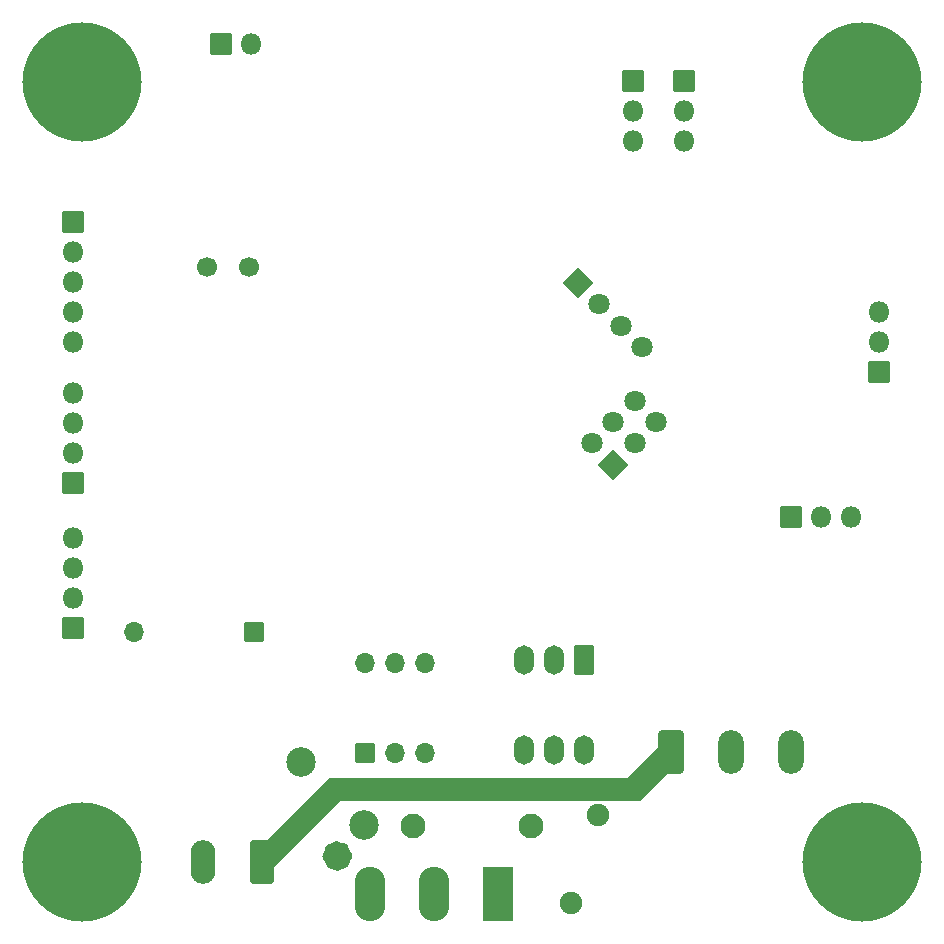
<source format=gbr>
G04 #@! TF.GenerationSoftware,KiCad,Pcbnew,5.99.0-unknown-fecb53b64f~142~ubuntu21.04.1*
G04 #@! TF.CreationDate,2021-10-23T16:59:13+04:00*
G04 #@! TF.ProjectId,BEEIRON v0.03,42454549-524f-44e2-9076-302e30332e6b,rev?*
G04 #@! TF.SameCoordinates,Original*
G04 #@! TF.FileFunction,Soldermask,Bot*
G04 #@! TF.FilePolarity,Negative*
%FSLAX46Y46*%
G04 Gerber Fmt 4.6, Leading zero omitted, Abs format (unit mm)*
G04 Created by KiCad (PCBNEW 5.99.0-unknown-fecb53b64f~142~ubuntu21.04.1) date 2021-10-23 16:59:13*
%MOMM*%
%LPD*%
G01*
G04 APERTURE LIST*
G04 Aperture macros list*
%AMRoundRect*
0 Rectangle with rounded corners*
0 $1 Rounding radius*
0 $2 $3 $4 $5 $6 $7 $8 $9 X,Y pos of 4 corners*
0 Add a 4 corners polygon primitive as box body*
4,1,4,$2,$3,$4,$5,$6,$7,$8,$9,$2,$3,0*
0 Add four circle primitives for the rounded corners*
1,1,$1+$1,$2,$3*
1,1,$1+$1,$4,$5*
1,1,$1+$1,$6,$7*
1,1,$1+$1,$8,$9*
0 Add four rect primitives between the rounded corners*
20,1,$1+$1,$2,$3,$4,$5,0*
20,1,$1+$1,$4,$5,$6,$7,0*
20,1,$1+$1,$6,$7,$8,$9,0*
20,1,$1+$1,$8,$9,$2,$3,0*%
%AMHorizOval*
0 Thick line with rounded ends*
0 $1 width*
0 $2 $3 position (X,Y) of the first rounded end (center of the circle)*
0 $4 $5 position (X,Y) of the second rounded end (center of the circle)*
0 Add line between two ends*
20,1,$1,$2,$3,$4,$5,0*
0 Add two circle primitives to create the rounded ends*
1,1,$1,$2,$3*
1,1,$1,$4,$5*%
G04 Aperture macros list end*
%ADD10C,0.100000*%
%ADD11C,1.250000*%
%ADD12C,1.700000*%
%ADD13C,2.100000*%
%ADD14RoundRect,0.050000X0.850000X0.850000X-0.850000X0.850000X-0.850000X-0.850000X0.850000X-0.850000X0*%
%ADD15O,1.800000X1.800000*%
%ADD16RoundRect,0.050000X0.850000X-0.850000X0.850000X0.850000X-0.850000X0.850000X-0.850000X-0.850000X0*%
%ADD17RoundRect,0.050000X-0.850000X-0.850000X0.850000X-0.850000X0.850000X0.850000X-0.850000X0.850000X0*%
%ADD18C,1.000000*%
%ADD19C,10.100000*%
%ADD20C,2.500000*%
%ADD21HorizOval,2.500000X0.000000X0.000000X0.000000X0.000000X0*%
%ADD22RoundRect,0.050000X0.800000X-0.800000X0.800000X0.800000X-0.800000X0.800000X-0.800000X-0.800000X0*%
%ADD23O,1.700000X1.700000*%
%ADD24RoundRect,0.299999X-0.790001X-1.550001X0.790001X-1.550001X0.790001X1.550001X-0.790001X1.550001X0*%
%ADD25O,2.180000X3.700000*%
%ADD26RoundRect,0.050000X1.202082X0.000000X0.000000X1.202082X-1.202082X0.000000X0.000000X-1.202082X0*%
%ADD27HorizOval,1.800000X0.000000X0.000000X0.000000X0.000000X0*%
%ADD28RoundRect,0.050000X-0.800000X1.200000X-0.800000X-1.200000X0.800000X-1.200000X0.800000X1.200000X0*%
%ADD29O,1.700000X2.500000*%
%ADD30RoundRect,0.050000X1.250000X2.250000X-1.250000X2.250000X-1.250000X-2.250000X1.250000X-2.250000X0*%
%ADD31O,2.600000X4.600000*%
%ADD32RoundRect,0.300000X0.750000X1.550000X-0.750000X1.550000X-0.750000X-1.550000X0.750000X-1.550000X0*%
%ADD33O,2.100000X3.700000*%
%ADD34RoundRect,0.050000X0.800000X0.800000X-0.800000X0.800000X-0.800000X-0.800000X0.800000X-0.800000X0*%
%ADD35C,1.900000*%
%ADD36RoundRect,0.050000X0.000000X-1.202082X1.202082X0.000000X0.000000X1.202082X-1.202082X0.000000X0*%
%ADD37HorizOval,1.800000X0.000000X0.000000X0.000000X0.000000X0*%
G04 APERTURE END LIST*
D10*
X158800000Y-122200000D02*
X156200000Y-124800000D01*
X156200000Y-124800000D02*
X130800000Y-124800000D01*
X130800000Y-124800000D02*
X125100000Y-130500000D01*
X125100000Y-130500000D02*
X125100000Y-128300000D01*
X125100000Y-128300000D02*
X124500000Y-128300000D01*
X124500000Y-128300000D02*
X129900000Y-122900000D01*
X129900000Y-122900000D02*
X155200000Y-122900000D01*
X155200000Y-122900000D02*
X158800000Y-119300000D01*
X158800000Y-119300000D02*
X158800000Y-122200000D01*
G36*
X158800000Y-122200000D02*
G01*
X156200000Y-124800000D01*
X130800000Y-124800000D01*
X125100000Y-130500000D01*
X125100000Y-128300000D01*
X124500000Y-128300000D01*
X129900000Y-122900000D01*
X155200000Y-122900000D01*
X158800000Y-119300000D01*
X158800000Y-122200000D01*
G37*
X158800000Y-122200000D02*
X156200000Y-124800000D01*
X130800000Y-124800000D01*
X125100000Y-130500000D01*
X125100000Y-128300000D01*
X124500000Y-128300000D01*
X129900000Y-122900000D01*
X155200000Y-122900000D01*
X158800000Y-119300000D01*
X158800000Y-122200000D01*
D11*
X131225000Y-129500000D02*
G75*
G03*
X131225000Y-129500000I-625000J0D01*
G01*
D12*
X119600000Y-79600000D03*
X123100000Y-79600000D03*
D13*
X137000000Y-127000000D03*
X147000000Y-127000000D03*
D14*
X176500000Y-88500000D03*
D15*
X176500000Y-85960000D03*
X176500000Y-83420000D03*
D16*
X169060000Y-100800000D03*
D15*
X171600000Y-100800000D03*
X174140000Y-100800000D03*
D17*
X160000000Y-63875000D03*
D15*
X160000000Y-66415000D03*
X160000000Y-68955000D03*
D16*
X120725000Y-60750000D03*
D15*
X123265000Y-60750000D03*
D18*
X177651650Y-66651650D03*
X175000000Y-60250000D03*
X172348350Y-61348350D03*
X178750000Y-64000000D03*
X171250000Y-64000000D03*
X172348350Y-66651650D03*
D19*
X175000000Y-64000000D03*
D18*
X177651650Y-61348350D03*
X175000000Y-67750000D03*
D20*
X127518056Y-121518056D03*
D21*
X132906210Y-126906210D03*
D17*
X155652393Y-63874870D03*
D15*
X155652393Y-66414870D03*
X155652393Y-68954870D03*
D22*
X132975000Y-120800000D03*
D23*
X135515000Y-120800000D03*
X138055000Y-120800000D03*
X138055000Y-113180000D03*
X135515000Y-113180000D03*
X132975000Y-113180000D03*
D24*
X158840000Y-120700000D03*
D25*
X163920000Y-120700000D03*
X169000000Y-120700000D03*
D26*
X153979773Y-96362329D03*
D27*
X152183722Y-94566278D03*
X155775824Y-94566278D03*
X153979773Y-92770227D03*
X157571875Y-92770227D03*
X155775824Y-90974175D03*
D18*
X106348350Y-61348350D03*
X112750000Y-64000000D03*
X106348350Y-66651650D03*
X109000000Y-67750000D03*
X111651650Y-66651650D03*
D19*
X109000000Y-64000000D03*
D18*
X105250000Y-64000000D03*
X111651650Y-61348350D03*
X109000000Y-60250000D03*
D28*
X151525000Y-112880000D03*
D29*
X148985000Y-112880000D03*
X146445000Y-112880000D03*
X146445000Y-120500000D03*
X148985000Y-120500000D03*
X151525000Y-120500000D03*
D30*
X144250000Y-132750000D03*
D31*
X138800000Y-132750000D03*
X133350000Y-132750000D03*
D14*
X108200000Y-110220000D03*
D15*
X108200000Y-107680000D03*
X108200000Y-105140000D03*
X108200000Y-102600000D03*
D18*
X175000000Y-126250000D03*
D19*
X175000000Y-130000000D03*
D18*
X172348350Y-132651650D03*
X175000000Y-133750000D03*
X171250000Y-130000000D03*
X172348350Y-127348350D03*
X178750000Y-130000000D03*
X177651650Y-132651650D03*
X177651650Y-127348350D03*
D14*
X108200000Y-97880000D03*
D15*
X108200000Y-95340000D03*
X108200000Y-92800000D03*
X108200000Y-90260000D03*
D32*
X124200000Y-130000000D03*
D33*
X119200000Y-130000000D03*
D34*
X123580000Y-110500000D03*
D23*
X113420000Y-110500000D03*
D17*
X108200000Y-75800000D03*
D15*
X108200000Y-78340000D03*
X108200000Y-80880000D03*
X108200000Y-83420000D03*
X108200000Y-85960000D03*
D18*
X112750000Y-130000000D03*
X106348350Y-127348350D03*
X109000000Y-126250000D03*
X109000000Y-133750000D03*
X106348350Y-132651650D03*
X111651650Y-127348350D03*
D19*
X109000000Y-130000000D03*
D18*
X111651650Y-132651650D03*
X105250000Y-130000000D03*
D35*
X150350000Y-133500000D03*
X152650000Y-126000000D03*
D36*
X151007898Y-81007898D03*
D37*
X152803949Y-82803949D03*
X154600000Y-84600000D03*
X156396052Y-86396052D03*
M02*

</source>
